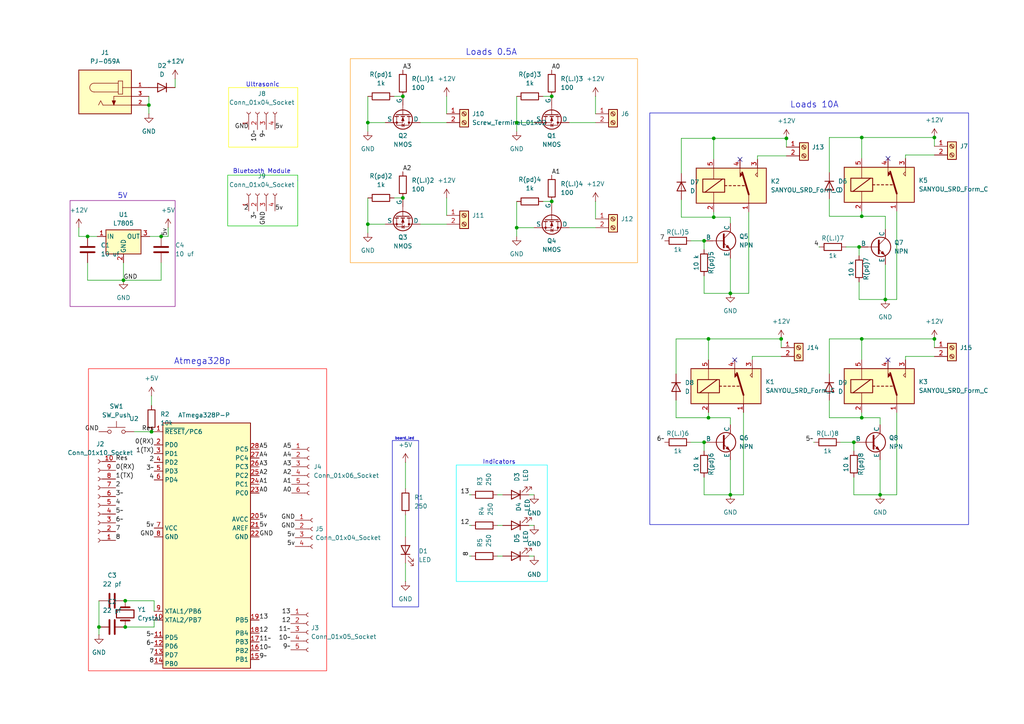
<source format=kicad_sch>
(kicad_sch (version 20231120) (generator "eeschema") (generator_version "8.0")
  (paper "A4")
  (junction (at 116.84 57.404))
  (junction (at 46.736 68.58))
  (junction (at 149.86 66.04))
  (junction (at 25.4 68.58))
  (junction (at 228.092 40.132))
  (junction (at 43.942 125.222))
  (junction (at 247.65 128.27))
  (junction (at 226.568 98.298))
  (junction (at 211.836 85.09))
  (junction (at 160.02 58.42))
  (junction (at 204.216 128.27))
  (junction (at 36.322 174.244))
  (junction (at 271.018 98.298))
  (junction (at 106.68 35.56))
  (junction (at 116.84 27.94))
  (junction (at 204.216 69.85))
  (junction (at 255.27 143.51))
  (junction (at 249.174 71.628))
  (junction (at 207.01 62.992))
  (junction (at 43.18 30.48))
  (junction (at 271.018 39.878))
  (junction (at 207.01 40.132))
  (junction (at 249.936 39.878))
  (junction (at 36.322 181.864))
  (junction (at 205.486 98.298))
  (junction (at 35.814 81.28))
  (junction (at 249.936 98.298))
  (junction (at 249.936 62.738))
  (junction (at 211.836 143.51))
  (junction (at 160.02 27.94))
  (junction (at 28.702 181.864))
  (junction (at 249.936 121.158))
  (junction (at 149.86 35.56))
  (junction (at 256.794 86.868))
  (junction (at 106.68 65.024))
  (junction (at 205.486 121.158))
  (no_connect (at 214.63 46.228))
  (no_connect (at 213.106 104.394))
  (no_connect (at 257.556 45.974))
  (no_connect (at 257.556 104.394))
  (wire (pts (xy 249.936 121.158) (xy 249.936 119.634)))
  (wire (pts (xy 106.68 57.404) (xy 106.68 65.024)))
  (wire (pts (xy 106.68 35.56) (xy 106.68 38.1)))
  (wire (pts (xy 46.736 68.58) (xy 48.768 68.58)))
  (wire (pts (xy 207.01 40.132) (xy 207.01 46.228)))
  (wire (pts (xy 205.486 121.158) (xy 205.486 119.634)))
  (wire (pts (xy 43.18 30.48) (xy 43.18 33.02)))
  (wire (pts (xy 249.936 62.738) (xy 256.794 62.738)))
  (wire (pts (xy 240.538 121.158) (xy 249.936 121.158)))
  (wire (pts (xy 211.836 143.51) (xy 215.646 143.51)))
  (wire (pts (xy 240.538 62.738) (xy 240.538 57.658)))
  (wire (pts (xy 121.92 65.024) (xy 129.54 65.024)))
  (wire (pts (xy 255.27 133.35) (xy 255.27 143.51)))
  (wire (pts (xy 271.018 98.298) (xy 271.018 100.838)))
  (wire (pts (xy 106.68 27.94) (xy 106.68 35.56)))
  (wire (pts (xy 256.794 76.708) (xy 256.794 86.868)))
  (wire (pts (xy 207.01 62.992) (xy 207.01 61.468)))
  (wire (pts (xy 106.68 35.56) (xy 111.76 35.56)))
  (wire (pts (xy 249.174 74.168) (xy 249.174 71.628)))
  (wire (pts (xy 256.794 86.868) (xy 260.096 86.868)))
  (wire (pts (xy 43.18 27.94) (xy 43.18 30.48)))
  (wire (pts (xy 196.088 121.158) (xy 205.486 121.158)))
  (wire (pts (xy 153.416 152.4) (xy 154.94 152.4)))
  (wire (pts (xy 149.86 66.04) (xy 149.86 68.58)))
  (wire (pts (xy 149.86 27.94) (xy 149.86 35.56)))
  (wire (pts (xy 207.01 62.992) (xy 211.836 62.992)))
  (wire (pts (xy 215.646 119.634) (xy 215.646 143.51)))
  (wire (pts (xy 48.768 66.04) (xy 48.768 68.58)))
  (wire (pts (xy 211.836 85.09) (xy 217.17 85.09)))
  (wire (pts (xy 262.636 44.958) (xy 262.636 45.974)))
  (wire (pts (xy 218.186 103.378) (xy 226.568 103.378)))
  (wire (pts (xy 196.088 98.298) (xy 196.088 108.458)))
  (wire (pts (xy 197.612 62.992) (xy 197.612 57.912)))
  (wire (pts (xy 28.702 181.864) (xy 28.702 184.15)))
  (wire (pts (xy 249.936 62.738) (xy 249.936 61.214)))
  (wire (pts (xy 106.68 65.024) (xy 111.76 65.024)))
  (wire (pts (xy 117.602 163.322) (xy 117.602 168.656)))
  (wire (pts (xy 237.49 71.628) (xy 237.744 71.628)))
  (wire (pts (xy 28.702 174.244) (xy 28.702 181.864)))
  (wire (pts (xy 144.272 161.29) (xy 145.796 161.29)))
  (wire (pts (xy 204.216 72.39) (xy 204.216 69.85)))
  (wire (pts (xy 114.3 57.404) (xy 116.84 57.404)))
  (wire (pts (xy 249.936 39.878) (xy 249.936 45.974)))
  (wire (pts (xy 35.814 76.2) (xy 35.814 81.28)))
  (wire (pts (xy 50.8 22.86) (xy 50.8 25.4)))
  (wire (pts (xy 200.406 69.85) (xy 204.216 69.85)))
  (wire (pts (xy 271.018 39.878) (xy 271.018 42.418)))
  (wire (pts (xy 165.1 35.56) (xy 172.72 35.56)))
  (wire (pts (xy 117.602 149.352) (xy 117.602 155.702)))
  (wire (pts (xy 204.216 143.51) (xy 211.836 143.51)))
  (wire (pts (xy 117.602 134.112) (xy 117.602 141.732)))
  (wire (pts (xy 249.936 39.878) (xy 271.018 39.878)))
  (wire (pts (xy 255.27 121.158) (xy 255.27 123.19)))
  (wire (pts (xy 247.65 130.81) (xy 247.65 128.27)))
  (wire (pts (xy 43.434 68.58) (xy 46.736 68.58)))
  (wire (pts (xy 35.814 81.28) (xy 46.736 81.28)))
  (wire (pts (xy 262.636 103.378) (xy 262.636 104.394)))
  (wire (pts (xy 153.416 161.29) (xy 154.94 161.29)))
  (wire (pts (xy 240.538 98.298) (xy 249.936 98.298)))
  (wire (pts (xy 260.096 119.634) (xy 260.096 143.51)))
  (wire (pts (xy 149.86 35.56) (xy 149.86 38.1)))
  (wire (pts (xy 204.216 138.43) (xy 204.216 143.51)))
  (wire (pts (xy 205.486 98.298) (xy 226.568 98.298)))
  (wire (pts (xy 240.538 62.738) (xy 249.936 62.738)))
  (wire (pts (xy 245.364 71.628) (xy 249.174 71.628)))
  (wire (pts (xy 22.86 66.04) (xy 22.86 68.58)))
  (wire (pts (xy 43.942 114.808) (xy 43.942 117.602)))
  (wire (pts (xy 200.406 128.27) (xy 204.216 128.27)))
  (wire (pts (xy 196.088 98.298) (xy 205.486 98.298)))
  (wire (pts (xy 172.72 27.94) (xy 172.72 33.02)))
  (wire (pts (xy 218.186 103.378) (xy 218.186 104.394)))
  (wire (pts (xy 106.68 65.024) (xy 106.68 67.564)))
  (wire (pts (xy 44.704 125.222) (xy 43.942 125.222)))
  (wire (pts (xy 149.86 58.42) (xy 149.86 66.04)))
  (wire (pts (xy 249.936 98.298) (xy 271.018 98.298)))
  (wire (pts (xy 249.936 121.158) (xy 255.27 121.158)))
  (wire (pts (xy 136.144 143.51) (xy 136.652 143.51)))
  (wire (pts (xy 207.01 40.132) (xy 228.092 40.132)))
  (wire (pts (xy 256.794 62.738) (xy 256.794 66.548)))
  (wire (pts (xy 228.092 40.132) (xy 228.092 42.672)))
  (wire (pts (xy 247.65 138.43) (xy 247.65 143.51)))
  (wire (pts (xy 165.1 66.04) (xy 172.72 66.04)))
  (wire (pts (xy 249.174 86.868) (xy 256.794 86.868)))
  (wire (pts (xy 129.54 57.404) (xy 129.54 62.484)))
  (wire (pts (xy 204.216 85.09) (xy 211.836 85.09)))
  (wire (pts (xy 262.636 103.378) (xy 271.018 103.378)))
  (wire (pts (xy 249.174 81.788) (xy 249.174 86.868)))
  (wire (pts (xy 240.538 98.298) (xy 240.538 108.458)))
  (wire (pts (xy 121.92 35.56) (xy 129.54 35.56)))
  (wire (pts (xy 204.216 80.01) (xy 204.216 85.09)))
  (wire (pts (xy 25.4 81.28) (xy 35.814 81.28)))
  (wire (pts (xy 219.71 45.212) (xy 219.71 46.228)))
  (wire (pts (xy 44.704 174.244) (xy 44.704 177.292)))
  (wire (pts (xy 217.17 61.468) (xy 217.17 85.09)))
  (wire (pts (xy 226.568 98.298) (xy 226.568 100.838)))
  (wire (pts (xy 144.272 152.4) (xy 145.796 152.4)))
  (wire (pts (xy 36.322 174.244) (xy 44.704 174.244)))
  (wire (pts (xy 196.088 121.158) (xy 196.088 116.078)))
  (wire (pts (xy 255.27 143.51) (xy 260.096 143.51)))
  (wire (pts (xy 260.096 61.214) (xy 260.096 86.868)))
  (wire (pts (xy 149.86 35.56) (xy 154.94 35.56)))
  (wire (pts (xy 172.72 58.42) (xy 172.72 63.5)))
  (wire (pts (xy 44.704 179.832) (xy 44.704 181.864)))
  (wire (pts (xy 240.538 39.878) (xy 240.538 50.038)))
  (wire (pts (xy 197.612 40.132) (xy 197.612 50.292)))
  (wire (pts (xy 219.71 45.212) (xy 228.092 45.212)))
  (wire (pts (xy 235.966 128.27) (xy 236.22 128.27)))
  (wire (pts (xy 157.48 58.42) (xy 160.02 58.42)))
  (wire (pts (xy 197.612 40.132) (xy 207.01 40.132)))
  (wire (pts (xy 205.486 121.158) (xy 211.836 121.158)))
  (wire (pts (xy 22.86 68.58) (xy 25.4 68.58)))
  (wire (pts (xy 211.836 121.158) (xy 211.836 123.19)))
  (wire (pts (xy 211.836 133.35) (xy 211.836 143.51)))
  (wire (pts (xy 46.736 76.2) (xy 46.736 81.28)))
  (wire (pts (xy 197.612 62.992) (xy 207.01 62.992)))
  (wire (pts (xy 136.144 161.29) (xy 136.652 161.29)))
  (wire (pts (xy 25.4 68.58) (xy 28.194 68.58)))
  (wire (pts (xy 211.836 62.992) (xy 211.836 64.77)))
  (wire (pts (xy 240.538 121.158) (xy 240.538 116.078)))
  (wire (pts (xy 149.86 66.04) (xy 154.94 66.04)))
  (wire (pts (xy 153.416 143.51) (xy 154.94 143.51)))
  (wire (pts (xy 247.65 143.51) (xy 255.27 143.51)))
  (wire (pts (xy 240.538 39.878) (xy 249.936 39.878)))
  (wire (pts (xy 38.862 125.222) (xy 43.942 125.222)))
  (wire (pts (xy 136.144 152.4) (xy 136.652 152.4)))
  (wire (pts (xy 36.322 181.864) (xy 44.704 181.864)))
  (wire (pts (xy 114.3 27.94) (xy 116.84 27.94)))
  (wire (pts (xy 249.936 98.298) (xy 249.936 104.394)))
  (wire (pts (xy 157.48 27.94) (xy 160.02 27.94)))
  (wire (pts (xy 205.486 98.298) (xy 205.486 104.394)))
  (wire (pts (xy 262.636 44.958) (xy 271.018 44.958)))
  (wire (pts (xy 243.84 128.27) (xy 247.65 128.27)))
  (wire (pts (xy 204.216 130.81) (xy 204.216 128.27)))
  (wire (pts (xy 25.4 76.2) (xy 25.4 81.28)))
  (wire (pts (xy 211.836 74.93) (xy 211.836 85.09)))
  (wire (pts (xy 129.54 27.94) (xy 129.54 33.02)))
  (wire (pts (xy 144.272 143.51) (xy 145.796 143.51)))
  (rectangle (start 20.32 58.166) (end 50.8 88.9) (stroke (width 0) (color 132 0 132 1)))
  (rectangle (start 132.334 134.874) (end 158.75 168.656) (stroke (width 0) (color 0 255 255 1)))
  (rectangle (start 66.294 25.4) (end 86.36 42.672) (stroke (width 0) (color 255 255 0 1)))
  (rectangle (start 101.6 17.018) (end 184.912 76.2) (stroke (width 0) (color 255 162 35 1)))
  (rectangle (start 25.654 106.934) (end 94.742 194.564) (stroke (width 0) (color 255 0 0 1)))
  (rectangle (start 66.04 50.8) (end 86.36 65.532) (stroke (width 0) (color 0 194 0 1)))
  (rectangle (start 86.36 52.324) (end 86.36 52.324))
  (rectangle (start 188.468 32.766) (end 280.924 152.146))
  (rectangle (start 113.792 127.762) (end 121.412 176.022))
  (text "Atmega328p" (at 58.674 104.902 0) (effects (font (size 1.778 1.778))))
  (text "Bluetooth Module\n" (at 75.946 49.784 0) (effects (font (size 1.27 1.27))))
  (text "Indicators" (at 144.78 134.112 0) (effects (font (size 1.27 1.27))))
  (text "Loads 0.5A" (at 142.494 15.24 0) (effects (font (size 1.778 1.778))))
  (text "Ultrasonic" (at 76.2 24.638 0) (effects (font (size 1.27 1.27))))
  (text "board_led" (at 117.348 127.254 0) (effects (font (size 0.762 0.762))))
  (text "5V" (at 35.56 56.896 0) (effects (font (size 1.524 1.524))))
  (text "Loads 10A" (at 236.22 30.48 0) (effects (font (size 1.778 1.778))))
  (label "13" (at 84.328 178.308 180))
  (label "11~" (at 84.328 183.388 180))
  (label "1(TX)" (at 33.528 138.938 0))
  (label "12" (at 136.144 152.4 180))
  (label "A3" (at 84.582 135.382 180))
  (label "12" (at 75.184 183.642 0))
  (label "2" (at 72.136 61.214 180))
  (label "5~" (at 44.704 184.912 180))
  (label "3~" (at 44.704 136.652 180))
  (label "0(RX)" (at 33.528 136.398 0))
  (label "A3" (at 75.184 135.382 0))
  (label "Res" (at 44.704 125.222 180))
  (label "GND" (at 44.704 155.702 180))
  (label "9~" (at 77.216 37.592 270))
  (label "7" (at 44.704 189.992 180))
  (label "8" (at 136.144 161.29 90))
  (label "7" (at 33.528 154.178 0))
  (label "4" (at 33.528 146.558 0))
  (label "A1" (at 75.184 140.462 0))
  (label "5v" (at 75.184 150.622 0))
  (label "GND" (at 28.702 125.222 180))
  (label "GND" (at 35.814 81.28 0))
  (label "GND" (at 85.598 153.416 180))
  (label "5v" (at 85.598 158.496 180))
  (label "0(RX)" (at 44.704 129.032 180))
  (label "7" (at 192.786 69.85 180))
  (label "5v" (at 79.756 37.592 0))
  (label "4" (at 237.49 71.628 180))
  (label "10~" (at 74.676 37.592 270))
  (label "13" (at 75.184 179.832 0))
  (label "A0" (at 84.582 143.002 180))
  (label "A0" (at 75.184 143.002 0))
  (label "6~" (at 192.786 128.27 180))
  (label "11~" (at 75.184 186.182 0))
  (label "6~" (at 44.704 187.452 180))
  (label "2" (at 44.704 134.112 180))
  (label "A5" (at 84.582 130.302 180))
  (label "10~" (at 84.328 185.928 180))
  (label "3~" (at 33.528 144.018 0))
  (label "GND" (at 77.216 61.214 270))
  (label "1(TX)" (at 44.704 131.572 180))
  (label "A2" (at 116.84 49.784 0))
  (label "5v" (at 79.756 61.214 0))
  (label "5~" (at 33.528 149.098 0))
  (label "5~" (at 235.966 128.27 180))
  (label "5v" (at 85.598 155.956 180))
  (label "A0" (at 160.02 20.32 0))
  (label "5v" (at 48.768 66.04 270))
  (label "Res" (at 33.528 133.858 0))
  (label "2" (at 33.528 141.478 0))
  (label "A1" (at 84.582 140.462 180))
  (label "A2" (at 84.582 137.922 180))
  (label "10~" (at 75.184 188.722 0))
  (label "A4" (at 84.582 132.842 180))
  (label "5v" (at 75.184 153.162 0))
  (label "12" (at 84.328 180.848 180))
  (label "8" (at 33.528 156.718 0))
  (label "8" (at 44.704 192.532 180))
  (label "A1" (at 160.02 50.8 0))
  (label "A2" (at 75.184 137.922 0))
  (label "9~" (at 75.184 191.262 0))
  (label "3~" (at 74.676 61.214 270))
  (label "GND" (at 75.184 155.702 0))
  (label "6~" (at 33.528 151.638 0))
  (label "A5" (at 75.184 130.302 0))
  (label "4" (at 44.704 139.192 180))
  (label "GND" (at 85.598 150.876 180))
  (label "9~" (at 84.328 188.468 180))
  (label "13" (at 136.144 143.51 180))
  (label "A3" (at 116.84 20.32 0))
  (label "GND" (at 72.136 37.592 180))
  (label "A4" (at 75.184 132.842 0))
  (label "5v" (at 44.704 153.162 180))
  (symbol (lib_id "power:GND") (at 43.18 33.02 0) (unit 1)
    (property "Reference" "#PWR03" (effects (hide yes)))
    (property "Value" "GND" (at 43.18 38.1 0))
    (property "Description" "Power symbol creates a global label with name \"GND\" , ground" (effects (hide yes)))
  )
  (symbol (lib_id "Connector:Conn_01x10_Socket") (at 28.448 146.558 180) (unit 1)
    (property "Reference" "J2" (at 29.083 128.778 0))
    (property "Value" "Conn_01x10_Socket" (at 29.083 131.318 0))
    (property "Footprint" "Connector_PinSocket_2.54mm:PinSocket_1x10_P2.54mm_Vertical" (effects (hide yes)))
    (property "Description" "Generic connector, single row, 01x10, script generated" (effects (hide yes)))
  )
  (symbol (lib_id "Device:R") (at 117.602 145.542 0) (unit 1)
    (property "Reference" "R1" (at 120.142 144.2719 0) (effects (justify left)))
    (property "Value" "250" (at 120.142 146.8119 0) (effects (justify left)))
    (property "Footprint" "Resistor_THT:R_Axial_DIN0204_L3.6mm_D1.6mm_P5.08mm_Horizontal" (effects (hide yes)))
    (property "Description" "Resistor" (effects (hide yes)))
  )
  (symbol (lib_id "Connector:Screw_Terminal_01x02") (at 134.62 33.02 0) (unit 1)
    (property "Reference" "J10" (at 136.906 33.0199 0) (effects (justify left)))
    (property "Value" "Screw_Terminal_01x02" (at 136.906 35.5599 0) (effects (justify left)))
    (property "Footprint" "TerminalBlock_Phoenix:TerminalBlock_Phoenix_MKDS-1,5-2_1x02_P5.00mm_Horizontal" (effects (hide yes)))
    (property "Description" "Generic screw terminal, single row, 01x02, script generated (kicad-library-utils/schlib/autogen/connector/)" (effects (hide yes)))
  )
  (symbol (lib_id "Simulation_SPICE:NPN") (at 209.296 69.85 0) (unit 1)
    (property "Reference" "Q5" (at 214.376 68.5799 0) (effects (justify left)))
    (property "Value" "NPN" (at 214.376 71.1199 0) (effects (justify left)))
    (property "Footprint" "B3B-XH-A_LF__SN_:JST_B3B-XH-A_LF__SN_" (effects (hide yes)))
    (property "Datasheet" "https://ngspice.sourceforge.io/docs/ngspice-html-manual/manual.xhtml#cha_BJTs" (effects (hide yes)))
    (property "Description" "Bipolar transistor symbol for simulation only, substrate tied to the emitter" (effects (hide yes)))
    (property "Sim.Device" "NPN" (effects (hide yes)))
    (property "Sim.Type" "GUMMELPOON" (effects (hide yes)))
    (property "Sim.Pins" "1=C 2=B 3=E" (effects (hide yes)))
  )
  (symbol (lib_id "power:GND") (at 211.836 85.09 0) (unit 1)
    (property "Reference" "#PWR020" (effects (hide yes)))
    (property "Value" "GND" (at 211.836 90.17 0))
    (property "Description" "Power symbol creates a global label with name \"GND\" , ground" (effects (hide yes)))
  )
  (symbol (lib_id "Relay:SANYOU_SRD_Form_C") (at 210.566 112.014 0) (unit 1)
    (property "Reference" "K1" (at 221.996 110.7439 0) (effects (justify left)))
    (property "Value" "SANYOU_SRD_Form_C" (at 221.996 113.2839 0) (effects (justify left)))
    (property "Footprint" "Relay_THT:Relay_SPDT_SANYOU_SRD_Series_Form_C" (effects (hide yes)))
    (property "Datasheet" "http://www.sanyourelay.ca/public/products/pdf/SRD.pdf" (effects (hide yes)))
    (property "Description" "Sanyo SRD relay, Single Pole Miniature Power Relay," (effects (hide yes)))
  )
  (symbol (lib_id "power:+12V") (at 129.54 27.94 0) (unit 1)
    (property "Reference" "#PWR027" (effects (hide yes)))
    (property "Value" "+12V" (at 129.54 22.86 0))
    (property "Description" "Power symbol creates a global label with name \"+12V\"" (effects (hide yes)))
  )
  (symbol (lib_id "Device:R") (at 153.67 27.94 90) (unit 1)
    (property "Reference" "R(pd)3" (at 153.67 21.59 90))
    (property "Value" "1k" (at 153.67 24.13 90))
    (property "Footprint" "Resistor_THT:R_Axial_DIN0204_L3.6mm_D1.6mm_P5.08mm_Horizontal" (effects (hide yes)))
    (property "Description" "Resistor" (effects (hide yes)))
  )
  (symbol (lib_id "Device:R") (at 43.942 121.412 0) (unit 1)
    (property "Reference" "R2" (at 46.482 120.1419 0) (effects (justify left)))
    (property "Value" "10k" (at 46.482 122.6819 0) (effects (justify left)))
    (property "Footprint" "Resistor_THT:R_Axial_DIN0204_L3.6mm_D1.6mm_P7.62mm_Horizontal" (effects (hide yes)))
    (property "Description" "Resistor" (effects (hide yes)))
  )
  (symbol (lib_id "Device:R") (at 241.554 71.628 90) (unit 1)
    (property "Reference" "R(L.I)7" (at 241.554 69.088 90))
    (property "Value" "1k" (at 241.554 74.168 90))
    (property "Footprint" "Resistor_THT:R_Axial_DIN0204_L3.6mm_D1.6mm_P5.08mm_Horizontal" (effects (hide yes)))
    (property "Description" "Resistor" (effects (hide yes)))
  )
  (symbol (lib_id "Device:LED") (at 149.606 143.51 180) (unit 1)
    (property "Reference" "D3" (at 149.9234 139.7 90) (effects (justify right)))
    (property "Value" "LED" (at 152.4634 139.7 90) (effects (justify right)))
    (property "Footprint" "LED_THT:LED_D3.0mm" (effects (hide yes)))
    (property "Description" "Light emitting diode" (effects (hide yes)))
  )
  (symbol (lib_id "power:+12V") (at 129.54 57.404 0) (unit 1)
    (property "Reference" "#PWR025" (effects (hide yes)))
    (property "Value" "+12V" (at 129.54 52.324 0))
    (property "Description" "Power symbol creates a global label with name \"+12V\"" (effects (hide yes)))
  )
  (symbol (lib_id "Device:C") (at 32.512 174.244 90) (unit 1)
    (property "Reference" "C3" (at 32.512 166.878 90))
    (property "Value" "22 pf" (at 32.512 169.418 90))
    (property "Footprint" "Capacitor_THT:C_Disc_D3.0mm_W1.6mm_P2.50mm" (effects (hide yes)))
    (property "Description" "Unpolarized capacitor" (effects (hide yes)))
  )
  (symbol (lib_id "MCU_Microchip_ATmega:ATmega328P-P") (at 59.944 158.242 0) (unit 1)
    (property "Reference" "U2" (at 38.862 121.4434 0))
    (property "Value" "ATmega328P-P" (at 59.182 120.396 0))
    (property "Footprint" "Package_DIP:DIP-28_W7.62mm" (effects (hide yes)))
    (property "Datasheet" "http://ww1.microchip.com/downloads/en/DeviceDoc/ATmega328_P%20AVR%20MCU%20with%20picoPower%20Technology%20Data%20Sheet%2040001984A.pdf" (effects (hide yes)))
    (property "Description" "20MHz, 32kB Flash, 2kB SRAM, 1kB EEPROM, DIP-28" (effects (hide yes)))
  )
  (symbol (lib_id "Device:R") (at 196.596 69.85 90) (unit 1)
    (property "Reference" "R(L.I)5" (at 196.596 67.31 90))
    (property "Value" "1k" (at 196.596 72.39 90))
    (property "Footprint" "Resistor_THT:R_Axial_DIN0204_L3.6mm_D1.6mm_P5.08mm_Horizontal" (effects (hide yes)))
    (property "Description" "Resistor" (effects (hide yes)))
  )
  (symbol (lib_id "Device:D") (at 240.538 112.268 270) (unit 1)
    (property "Reference" "D9" (at 243.078 110.9979 90) (effects (justify left)))
    (property "Value" "D" (at 243.078 113.5379 90) (effects (justify left)))
    (property "Footprint" "Diode_THT:D_DO-34_SOD68_P7.62mm_Horizontal" (effects (hide yes)))
    (property "Description" "Diode" (effects (hide yes)))
    (property "Sim.Device" "D" (effects (hide yes)))
    (property "Sim.Pins" "1=K 2=A" (effects (hide yes)))
  )
  (symbol (lib_id "Device:Crystal") (at 36.322 178.054 90) (unit 1)
    (property "Reference" "Y1" (at 39.878 176.7839 90) (effects (justify right)))
    (property "Value" "Crystal" (at 39.878 179.3239 90) (effects (justify right)))
    (property "Footprint" "Crystal:Crystal_HC52-6mm_Vertical" (effects (hide yes)))
    (property "Description" "Two pin crystal" (effects (hide yes)))
  )
  (symbol (lib_id "Connector:Screw_Terminal_01x02") (at 276.098 100.838 0) (unit 1)
    (property "Reference" "J15" (at 278.384 100.8379 0) (effects (justify left)))
    (property "Value" "Screw_Terminal_01x02" (effects (hide yes)))
    (property "Footprint" "TerminalBlock_Phoenix:TerminalBlock_Phoenix_MKDS-1,5-2_1x02_P5.00mm_Horizontal" (effects (hide yes)))
    (property "Description" "Generic screw terminal, single row, 01x02, script generated (kicad-library-utils/schlib/autogen/connector/)" (effects (hide yes)))
  )
  (symbol (lib_id "Relay:SANYOU_SRD_Form_C") (at 212.09 53.848 0) (unit 1)
    (property "Reference" "K2" (at 223.52 52.5779 0) (effects (justify left)))
    (property "Value" "SANYOU_SRD_Form_C" (at 223.52 55.1179 0) (effects (justify left)))
    (property "Footprint" "Relay_THT:Relay_SPDT_SANYOU_SRD_Series_Form_C" (effects (hide yes)))
    (property "Datasheet" "http://www.sanyourelay.ca/public/products/pdf/SRD.pdf" (effects (hide yes)))
    (property "Description" "Sanyo SRD relay, Single Pole Miniature Power Relay," (effects (hide yes)))
  )
  (symbol (lib_id "Device:R") (at 153.67 58.42 90) (unit 1)
    (property "Reference" "R(pd)4" (at 153.67 52.07 90))
    (property "Value" "1k" (at 153.67 54.61 90))
    (property "Footprint" "Resistor_THT:R_Axial_DIN0204_L3.6mm_D1.6mm_P5.08mm_Horizontal" (effects (hide yes)))
    (property "Description" "Resistor" (effects (hide yes)))
  )
  (symbol (lib_id "Device:C") (at 32.512 181.864 90) (unit 1)
    (property "Reference" "C2" (at 32.512 174.498 90))
    (property "Value" "22 pf" (at 32.512 177.038 90))
    (property "Footprint" "Capacitor_THT:C_Disc_D3.0mm_W1.6mm_P2.50mm" (effects (hide yes)))
    (property "Description" "Unpolarized capacitor" (effects (hide yes)))
  )
  (symbol (lib_id "power:GND") (at 255.27 143.51 0) (unit 1)
    (property "Reference" "#PWR016" (effects (hide yes)))
    (property "Value" "GND" (at 255.27 148.59 0))
    (property "Description" "Power symbol creates a global label with name \"GND\" , ground" (effects (hide yes)))
  )
  (symbol (lib_id "PJ-059A:PJ-059A") (at 30.48 25.4 0) (unit 1)
    (property "Reference" "J1" (at 30.48 15.24 0))
    (property "Value" "PJ-059A" (at 30.48 17.78 0))
    (property "Footprint" "PJ-059A:CUI_PJ-059A" (effects (hide yes)))
    (property "DigiKey_Part_Number" "CP-059A-ND" (effects (hide yes)))
    (property "SnapEDA_Link" "https://www.snapeda.com/parts/PJ-059A/Same+Sky/view-part/?ref=snap" (effects (hide yes)))
    (property "MAXIMUM_PACKAGE_HEIGHT" "11.5mm" (effects (hide yes)))
    (property "Package" "None" (effects (hide yes)))
    (property "Check_prices" "https://www.snapeda.com/parts/PJ-059A/Same+Sky/view-part/?ref=eda" (effects (hide yes)))
    (property "STANDARD" "Manufacturer Recommendations" (effects (hide yes)))
    (property "PARTREV" "1.04" (effects (hide yes)))
    (property "MF" "Same Sky" (effects (hide yes)))
    (property "MP" "PJ-059A" (effects (hide yes)))
    (property "Description_1" "\n                        \n                            2.0 x 5.7 mm, 2.5 A, Horizontal, Through Hole, Tapered Pins, Locking Type, Dc Power Jack Connector\n                        \n" (effects (hide yes)))
    (property "MANUFACTURER" "CUI Devices" (effects (hide yes)))
  )
  (symbol (lib_id "Device:D") (at 197.612 54.102 270) (unit 1)
    (property "Reference" "D7" (at 200.152 52.8319 90) (effects (justify left)))
    (property "Value" "D" (at 200.152 55.3719 90) (effects (justify left)))
    (property "Footprint" "Diode_THT:D_DO-34_SOD68_P7.62mm_Horizontal" (effects (hide yes)))
    (property "Description" "Diode" (effects (hide yes)))
    (property "Sim.Device" "D" (effects (hide yes)))
    (property "Sim.Pins" "1=K 2=A" (effects (hide yes)))
  )
  (symbol (lib_id "Device:R") (at 116.84 24.13 180) (unit 1)
    (property "Reference" "R(L.I)1" (at 119.38 22.8599 0) (effects (justify right)))
    (property "Value" "100" (at 119.38 25.3999 0) (effects (justify right)))
    (property "Footprint" "Resistor_THT:R_Axial_DIN0204_L3.6mm_D1.6mm_P5.08mm_Horizontal" (effects (hide yes)))
    (property "Description" "Resistor" (effects (hide yes)))
  )
  (symbol (lib_id "Connector:Screw_Terminal_01x02") (at 177.8 63.5 0) (unit 1)
    (property "Reference" "J12" (at 180.086 63.4999 0) (effects (justify left)))
    (property "Value" "Screw_Terminal_01x02" (effects (hide yes)))
    (property "Footprint" "TerminalBlock_Phoenix:TerminalBlock_Phoenix_MKDS-1,5-2_1x02_P5.00mm_Horizontal" (effects (hide yes)))
    (property "Description" "Generic screw terminal, single row, 01x02, script generated (kicad-library-utils/schlib/autogen/connector/)" (effects (hide yes)))
  )
  (symbol (lib_id "Device:R") (at 249.174 77.978 180) (unit 1)
    (property "Reference" "R(pd)7" (at 251.206 77.978 90))
    (property "Value" "10 k" (at 246.888 77.978 90))
    (property "Footprint" "Resistor_THT:R_Axial_DIN0204_L3.6mm_D1.6mm_P5.08mm_Horizontal" (effects (hide yes)))
    (property "Description" "Resistor" (effects (hide yes)))
  )
  (symbol (lib_id "Connector:Conn_01x05_Socket") (at 89.408 183.388 0) (unit 1)
    (property "Reference" "J3" (at 90.17 182.1179 0) (effects (justify left)))
    (property "Value" "Conn_01x05_Socket" (at 90.17 184.6579 0) (effects (justify left)))
    (property "Footprint" "Connector_PinSocket_2.54mm:PinSocket_1x05_P2.54mm_Vertical" (effects (hide yes)))
    (property "Description" "Generic connector, single row, 01x05, script generated" (effects (hide yes)))
  )
  (symbol (lib_id "Device:R") (at 140.462 143.51 90) (unit 1)
    (property "Reference" "R3" (at 139.1919 140.97 0) (effects (justify left)))
    (property "Value" "250" (at 141.7319 140.97 0) (effects (justify left)))
    (property "Footprint" "Resistor_THT:R_Axial_DIN0204_L3.6mm_D1.6mm_P5.08mm_Horizontal" (effects (hide yes)))
    (property "Description" "Resistor" (effects (hide yes)))
  )
  (symbol (lib_id "power:GND") (at 106.68 38.1 0) (unit 1)
    (property "Reference" "#PWR026" (effects (hide yes)))
    (property "Value" "GND" (at 106.68 43.18 0))
    (property "Description" "Power symbol creates a global label with name \"GND\" , ground" (effects (hide yes)))
  )
  (symbol (lib_id "Device:R") (at 204.216 134.62 180) (unit 1)
    (property "Reference" "R(pd)6" (at 206.248 134.62 90))
    (property "Value" "10 k" (at 201.93 134.62 90))
    (property "Footprint" "Resistor_THT:R_Axial_DIN0204_L3.6mm_D1.6mm_P5.08mm_Horizontal" (effects (hide yes)))
    (property "Description" "Resistor" (effects (hide yes)))
  )
  (symbol (lib_id "Simulation_SPICE:NMOS") (at 116.84 62.484 270) (unit 1)
    (property "Reference" "Q3" (at 116.84 68.834 90))
    (property "Value" "NMOS" (at 116.84 71.374 90))
    (property "Footprint" "B3B-XH-A_LF__SN_:JST_B3B-XH-A_LF__SN_" (effects (hide yes)))
    (property "Datasheet" "https://ngspice.sourceforge.io/docs/ngspice-html-manual/manual.xhtml#cha_MOSFETs" (effects (hide yes)))
    (property "Description" "N-MOSFET transistor, drain/source/gate" (effects (hide yes)))
    (property "Sim.Device" "NMOS" (effects (hide yes)))
    (property "Sim.Type" "VDMOS" (effects (hide yes)))
    (property "Sim.Pins" "1=D 2=G 3=S" (effects (hide yes)))
  )
  (symbol (lib_id "Relay:SANYOU_SRD_Form_C") (at 255.016 112.014 0) (unit 1)
    (property "Reference" "K3" (at 266.446 110.7439 0) (effects (justify left)))
    (property "Value" "SANYOU_SRD_Form_C" (at 266.446 113.2839 0) (effects (justify left)))
    (property "Footprint" "Relay_THT:Relay_SPDT_SANYOU_SRD_Series_Form_C" (effects (hide yes)))
    (property "Datasheet" "http://www.sanyourelay.ca/public/products/pdf/SRD.pdf" (effects (hide yes)))
    (property "Description" "Sanyo SRD relay, Single Pole Miniature Power Relay," (effects (hide yes)))
  )
  (symbol (lib_id "power:+5V") (at 117.602 134.112 0) (unit 1)
    (property "Reference" "#PWR01" (effects (hide yes)))
    (property "Value" "+5V" (at 117.602 129.032 0))
    (property "Description" "Power symbol creates a global label with name \"+5V\"" (effects (hide yes)))
  )
  (symbol (lib_id "Connector:Screw_Terminal_01x02") (at 134.62 62.484 0) (unit 1)
    (property "Reference" "J11" (at 136.906 62.4839 0) (effects (justify left)))
    (property "Value" "Screw_Terminal_01x02" (effects (hide yes)))
    (property "Footprint" "TerminalBlock_Phoenix:TerminalBlock_Phoenix_MKDS-1,5-2_1x02_P5.00mm_Horizontal" (effects (hide yes)))
    (property "Description" "Generic screw terminal, single row, 01x02, script generated (kicad-library-utils/schlib/autogen/connector/)" (effects (hide yes)))
  )
  (symbol (lib_id "power:+5V") (at 43.942 114.808 0) (unit 1)
    (property "Reference" "#PWR07" (effects (hide yes)))
    (property "Value" "+5V" (at 43.942 109.728 0))
    (property "Description" "Power symbol creates a global label with name \"+5V\"" (effects (hide yes)))
  )
  (symbol (lib_id "Device:D") (at 196.088 112.268 270) (unit 1)
    (property "Reference" "D8" (at 198.628 110.9979 90) (effects (justify left)))
    (property "Value" "D" (at 198.628 113.5379 90) (effects (justify left)))
    (property "Footprint" "Diode_THT:D_DO-34_SOD68_P7.62mm_Horizontal" (effects (hide yes)))
    (property "Description" "Diode" (effects (hide yes)))
    (property "Sim.Device" "D" (effects (hide yes)))
    (property "Sim.Pins" "1=K 2=A" (effects (hide yes)))
  )
  (symbol (lib_id "power:+12V") (at 22.86 66.04 0) (unit 1)
    (property "Reference" "#PWR08" (effects (hide yes)))
    (property "Value" "+12V" (at 22.86 60.96 0))
    (property "Description" "Power symbol creates a global label with name \"+12V\"" (effects (hide yes)))
  )
  (symbol (lib_id "power:GND") (at 117.602 168.656 0) (unit 1)
    (property "Reference" "#PWR02" (effects (hide yes)))
    (property "Value" "GND" (at 117.602 173.736 0))
    (property "Description" "Power symbol creates a global label with name \"GND\" , ground" (effects (hide yes)))
  )
  (symbol (lib_id "power:+12V") (at 228.092 40.132 0) (unit 1)
    (property "Reference" "#PWR021" (effects (hide yes)))
    (property "Value" "+12V" (at 228.092 35.052 0))
    (property "Description" "Power symbol creates a global label with name \"+12V\"" (effects (hide yes)))
  )
  (symbol (lib_id "power:GND") (at 149.86 38.1 0) (unit 1)
    (property "Reference" "#PWR06" (effects (hide yes)))
    (property "Value" "GND" (at 149.86 43.18 0))
    (property "Description" "Power symbol creates a global label with name \"GND\" , ground" (effects (hide yes)))
  )
  (symbol (lib_id "Connector:Conn_01x04_Socket") (at 74.676 56.134 90) (unit 1)
    (property "Reference" "J9" (at 75.946 51.054 90))
    (property "Value" "Conn_01x04_Socket" (at 75.946 53.594 90))
    (property "Footprint" "Connector_PinSocket_2.54mm:PinSocket_1x04_P2.54mm_Vertical" (effects (hide yes)))
    (property "Description" "Generic connector, single row, 01x04, script generated" (effects (hide yes)))
  )
  (symbol (lib_id "Relay:SANYOU_SRD_Form_C") (at 255.016 53.594 0) (unit 1)
    (property "Reference" "K5" (at 266.446 52.3239 0) (effects (justify left)))
    (property "Value" "SANYOU_SRD_Form_C" (at 266.446 54.8639 0) (effects (justify left)))
    (property "Footprint" "Relay_THT:Relay_SPDT_SANYOU_SRD_Series_Form_C" (effects (hide yes)))
    (property "Datasheet" "http://www.sanyourelay.ca/public/products/pdf/SRD.pdf" (effects (hide yes)))
    (property "Description" "Sanyo SRD relay, Single Pole Miniature Power Relay," (effects (hide yes)))
  )
  (symbol (lib_id "Device:R") (at 160.02 24.13 180) (unit 1)
    (property "Reference" "R(L.I)3" (at 162.56 22.8599 0) (effects (justify right)))
    (property "Value" "100" (at 162.56 25.3999 0) (effects (justify right)))
    (property "Footprint" "Resistor_THT:R_Axial_DIN0204_L3.6mm_D1.6mm_P5.08mm_Horizontal" (effects (hide yes)))
    (property "Description" "Resistor" (effects (hide yes)))
  )
  (symbol (lib_id "Simulation_SPICE:NPN") (at 254.254 71.628 0) (unit 1)
    (property "Reference" "Q7" (at 259.334 70.3579 0) (effects (justify left)))
    (property "Value" "NPN" (at 259.334 72.8979 0) (effects (justify left)))
    (property "Footprint" "B3B-XH-A_LF__SN_:JST_B3B-XH-A_LF__SN_" (effects (hide yes)))
    (property "Datasheet" "https://ngspice.sourceforge.io/docs/ngspice-html-manual/manual.xhtml#cha_BJTs" (effects (hide yes)))
    (property "Description" "Bipolar transistor symbol for simulation only, substrate tied to the emitter" (effects (hide yes)))
    (property "Sim.Device" "NPN" (effects (hide yes)))
    (property "Sim.Type" "GUMMELPOON" (effects (hide yes)))
    (property "Sim.Pins" "1=C 2=B 3=E" (effects (hide yes)))
  )
  (symbol (lib_id "Simulation_SPICE:NMOS") (at 160.02 63.5 270) (unit 1)
    (property "Reference" "Q4" (at 160.02 69.85 90))
    (property "Value" "NMOS" (at 160.02 72.39 90))
    (property "Footprint" "B3B-XH-A_LF__SN_:JST_B3B-XH-A_LF__SN_" (effects (hide yes)))
    (property "Datasheet" "https://ngspice.sourceforge.io/docs/ngspice-html-manual/manual.xhtml#cha_MOSFETs" (effects (hide yes)))
    (property "Description" "N-MOSFET transistor, drain/source/gate" (effects (hide yes)))
    (property "Sim.Device" "NMOS" (effects (hide yes)))
    (property "Sim.Type" "VDMOS" (effects (hide yes)))
    (property "Sim.Pins" "1=D 2=G 3=S" (effects (hide yes)))
  )
  (symbol (lib_id "Device:R") (at 110.49 57.404 90) (unit 1)
    (property "Reference" "R(pd)2" (at 110.49 51.054 90))
    (property "Value" "1k" (at 110.49 53.594 90))
    (property "Footprint" "Resistor_THT:R_Axial_DIN0204_L3.6mm_D1.6mm_P5.08mm_Horizontal" (effects (hide yes)))
    (property "Description" "Resistor" (effects (hide yes)))
  )
  (symbol (lib_id "Connector:Screw_Terminal_01x02") (at 231.648 100.838 0) (unit 1)
    (property "Reference" "J14" (at 233.934 100.8379 0) (effects (justify left)))
    (property "Value" "Screw_Terminal_01x02" (effects (hide yes)))
    (property "Footprint" "TerminalBlock_Phoenix:TerminalBlock_Phoenix_MKDS-1,5-2_1x02_P5.00mm_Horizontal" (effects (hide yes)))
    (property "Description" "Generic screw terminal, single row, 01x02, script generated (kicad-library-utils/schlib/autogen/connector/)" (effects (hide yes)))
  )
  (symbol (lib_id "power:GND") (at 149.86 68.58 0) (unit 1)
    (property "Reference" "#PWR022" (effects (hide yes)))
    (property "Value" "GND" (at 149.86 73.66 0))
    (property "Description" "Power symbol creates a global label with name \"GND\" , ground" (effects (hide yes)))
  )
  (symbol (lib_id "power:+5V") (at 48.768 66.04 0) (unit 1)
    (property "Reference" "#PWR09" (effects (hide yes)))
    (property "Value" "+5V" (at 48.768 60.96 0))
    (property "Description" "Power symbol creates a global label with name \"+5V\"" (effects (hide yes)))
  )
  (symbol (lib_id "power:GND") (at 106.68 67.564 0) (unit 1)
    (property "Reference" "#PWR024" (effects (hide yes)))
    (property "Value" "GND" (at 106.68 72.644 0))
    (property "Description" "Power symbol creates a global label with name \"GND\" , ground" (effects (hide yes)))
  )
  (symbol (lib_id "Device:C") (at 25.4 72.39 0) (unit 1)
    (property "Reference" "C1" (at 29.21 71.1199 0) (effects (justify left)))
    (property "Value" "10 uf" (at 29.21 73.6599 0) (effects (justify left)))
    (property "Footprint" "Capacitor_THT:C_Radial_D4.0mm_H5.0mm_P1.50mm" (effects (hide yes)))
    (property "Description" "Unpolarized capacitor" (effects (hide yes)))
  )
  (symbol (lib_id "power:GND") (at 35.814 81.28 0) (unit 1)
    (property "Reference" "#PWR010" (effects (hide yes)))
    (property "Value" "GND" (at 35.814 86.36 0))
    (property "Description" "Power symbol creates a global label with name \"GND\" , ground" (effects (hide yes)))
  )
  (symbol (lib_id "power:GND") (at 28.702 184.15 0) (unit 1)
    (property "Reference" "#PWR028" (effects (hide yes)))
    (property "Value" "GND" (at 28.702 189.23 0))
    (property "Description" "Power symbol creates a global label with name \"GND\" , ground" (effects (hide yes)))
  )
  (symbol (lib_id "Connector:Conn_01x06_Socket") (at 89.662 135.382 0) (unit 1)
    (property "Reference" "J4" (at 90.932 135.3819 0) (effects (justify left)))
    (property "Value" "Conn_01x06_Socket" (at 90.932 137.9219 0) (effects (justify left)))
    (property "Footprint" "Connector_PinSocket_2.54mm:PinSocket_1x06_P2.54mm_Vertical" (effects (hide yes)))
    (property "Description" "Generic connector, single row, 01x06, script generated" (effects (hide yes)))
  )
  (symbol (lib_id "power:+12V") (at 172.72 58.42 0) (unit 1)
    (property "Reference" "#PWR023" (effects (hide yes)))
    (property "Value" "+12V" (at 172.72 53.34 0))
    (property "Description" "Power symbol creates a global label with name \"+12V\"" (effects (hide yes)))
  )
  (symbol (lib_id "Device:R") (at 196.596 128.27 90) (unit 1)
    (property "Reference" "R(L.I)6" (at 196.596 125.73 90))
    (property "Value" "1k" (at 196.596 130.81 90))
    (property "Footprint" "Resistor_THT:R_Axial_DIN0204_L3.6mm_D1.6mm_P5.08mm_Horizontal" (effects (hide yes)))
    (property "Description" "Resistor" (effects (hide yes)))
  )
  (symbol (lib_id "Regulator_Linear:L7805") (at 35.814 68.58 0) (unit 1)
    (property "Reference" "U1" (at 35.814 62.23 0))
    (property "Value" "L7805" (at 35.814 64.77 0))
    (property "Footprint" "Package_TO_SOT_THT:TO-220-3_Vertical" (effects (hide yes)))
    (property "Datasheet" "http://www.st.com/content/ccc/resource/technical/document/datasheet/41/4f/b3/b0/12/d4/47/88/CD00000444.pdf/files/CD00000444.pdf/jcr:content/translations/en.CD00000444.pdf" (effects (hide yes)))
    (property "Description" "Positive 1.5A 35V Linear Regulator, Fixed Output 5V, TO-220/TO-263/TO-252" (effects (hide yes)))
  )
  (symbol (lib_id "Connector:Screw_Terminal_01x02") (at 276.098 42.418 0) (unit 1)
    (property "Reference" "J7" (at 278.384 42.4179 0) (effects (justify left)))
    (property "Value" "Screw_Terminal_01x02" (effects (hide yes)))
    (property "Footprint" "TerminalBlock_Phoenix:TerminalBlock_Phoenix_MKDS-1,5-2_1x02_P5.00mm_Horizontal" (effects (hide yes)))
    (property "Description" "Generic screw terminal, single row, 01x02, script generated (kicad-library-utils/schlib/autogen/connector/)" (effects (hide yes)))
  )
  (symbol (lib_id "power:+12V") (at 271.018 39.878 0) (unit 1)
    (property "Reference" "#PWR011" (effects (hide yes)))
    (property "Value" "+12V" (at 271.018 34.798 0))
    (property "Description" "Power symbol creates a global label with name \"+12V\"" (effects (hide yes)))
  )
  (symbol (lib_id "Device:R") (at 110.49 27.94 90) (unit 1)
    (property "Reference" "R(pd)1" (at 110.49 21.59 90))
    (property "Value" "1k" (at 110.49 24.13 90))
    (property "Footprint" "Resistor_THT:R_Axial_DIN0204_L3.6mm_D1.6mm_P5.08mm_Horizontal" (effects (hide yes)))
    (property "Description" "Resistor" (effects (hide yes)))
  )
  (symbol (lib_id "Simulation_SPICE:NPN") (at 252.73 128.27 0) (unit 1)
    (property "Reference" "Q8" (at 257.81 126.9999 0) (effects (justify left)))
    (property "Value" "NPN" (at 257.81 129.5399 0) (effects (justify left)))
    (property "Footprint" "B3B-XH-A_LF__SN_:JST_B3B-XH-A_LF__SN_" (effects (hide yes)))
    (property "Datasheet" "https://ngspice.sourceforge.io/docs/ngspice-html-manual/manual.xhtml#cha_BJTs" (effects (hide yes)))
    (property "Description" "Bipolar transistor symbol for simulation only, substrate tied to the emitter" (effects (hide yes)))
    (property "Sim.Device" "NPN" (effects (hide yes)))
    (property "Sim.Type" "GUMMELPOON" (effects (hide yes)))
    (property "Sim.Pins" "1=C 2=B 3=E" (effects (hide yes)))
  )
  (symbol (lib_id "Connector:Conn_01x04_Socket") (at 90.678 153.416 0) (unit 1)
    (property "Reference" "J5" (at 91.44 153.4159 0) (effects (justify left)))
    (property "Value" "Conn_01x04_Socket" (at 91.44 155.9559 0) (effects (justify left)))
    (property "Footprint" "Connector_PinSocket_2.54mm:PinSocket_1x04_P2.54mm_Vertical" (effects (hide yes)))
    (property "Description" "Generic connector, single row, 01x04, script generated" (effects (hide yes)))
  )
  (symbol (lib_id "Simulation_SPICE:NPN") (at 209.296 128.27 0) (unit 1)
    (property "Reference" "Q6" (at 214.376 126.9999 0) (effects (justify left)))
    (property "Value" "NPN" (at 214.376 129.5399 0) (effects (justify left)))
    (property "Footprint" "B3B-XH-A_LF__SN_:JST_B3B-XH-A_LF__SN_" (effects (hide yes)))
    (property "Datasheet" "https://ngspice.sourceforge.io/docs/ngspice-html-manual/manual.xhtml#cha_BJTs" (effects (hide yes)))
    (property "Description" "Bipolar transistor symbol for simulation only, substrate tied to the emitter" (effects (hide yes)))
    (property "Sim.Device" "NPN" (effects (hide yes)))
    (property "Sim.Type" "GUMMELPOON" (effects (hide yes)))
    (property "Sim.Pins" "1=C 2=B 3=E" (effects (hide yes)))
  )
  (symbol (lib_id "Device:R") (at 160.02 54.61 180) (unit 1)
    (property "Reference" "R(L.I)4" (at 162.56 53.3399 0) (effects (justify right)))
    (property "Value" "100" (at 162.56 55.8799 0) (effects (justify right)))
    (property "Footprint" "Resistor_THT:R_Axial_DIN0204_L3.6mm_D1.6mm_P5.08mm_Horizontal" (effects (hide yes)))
    (property "Description" "Resistor" (effects (hide yes)))
  )
  (symbol (lib_id "power:+12V") (at 226.568 98.298 0) (unit 1)
    (property "Reference" "#PWR019" (effects (hide yes)))
    (property "Value" "+12V" (at 226.568 93.218 0))
    (property "Description" "Power symbol creates a global label with name \"+12V\"" (effects (hide yes)))
  )
  (symbol (lib_id "Device:C") (at 46.736 72.39 0) (unit 1)
    (property "Reference" "C4" (at 50.8 71.1199 0) (effects (justify left)))
    (property "Value" "10 uf" (at 50.8 73.6599 0) (effects (justify left)))
    (property "Footprint" "Capacitor_THT:C_Radial_D4.0mm_H5.0mm_P1.50mm" (effects (hide yes)))
    (property "Description" "Unpolarized capacitor" (effects (hide yes)))
  )
  (symbol (lib_id "power:GND") (at 256.794 86.868 0) (unit 1)
    (property "Reference" "#PWR013" (effects (hide yes)))
    (property "Value" "GND" (at 256.794 91.948 0))
    (property "Description" "Power symbol creates a global label with name \"GND\" , ground" (effects (hide yes)))
  )
  (symbol (lib_id "Device:R") (at 140.462 152.4 90) (unit 1)
    (property "Reference" "R4" (at 139.6999 149.606 0) (effects (justify left)))
    (property "Value" "250" (at 142.2399 149.606 0) (effects (justify left)))
    (property "Footprint" "Resistor_THT:R_Axial_DIN0204_L3.6mm_D1.6mm_P5.08mm_Horizontal" (effects (hide yes)))
    (property "Description" "Resistor" (effects (hide yes)))
  )
  (symbol (lib_id "Connector:Conn_01x04_Socket") (at 74.676 32.512 90) (unit 1)
    (property "Reference" "J8" (at 75.946 27.178 90))
    (property "Value" "Conn_01x04_Socket" (at 75.946 29.718 90))
    (property "Footprint" "Connector_PinSocket_2.54mm:PinSocket_1x04_P2.54mm_Vertical" (effects (hide yes)))
    (property "Description" "Generic connector, single row, 01x04, script generated" (effects (hide yes)))
  )
  (symbol (lib_id "Device:D") (at 240.538 53.848 270) (unit 1)
    (property "Reference" "D6" (at 243.078 52.5779 90) (effects (justify left)))
    (property "Value" "D" (at 243.078 55.1179 90) (effects (justify left)))
    (property "Footprint" "Diode_THT:D_DO-34_SOD68_P7.62mm_Horizontal" (effects (hide yes)))
    (property "Description" "Diode" (effects (hide yes)))
    (property "Sim.Device" "D" (effects (hide yes)))
    (property "Sim.Pins" "1=K 2=A" (effects (hide yes)))
  )
  (symbol (lib_id "Device:LED") (at 149.606 161.29 180) (unit 1)
    (property "Reference" "D5" (at 149.9234 157.48 90) (effects (justify right)))
    (property "Value" "LED" (at 152.4634 157.48 90) (effects (justify right)))
    (property "Footprint" "LED_THT:LED_D3.0mm" (effects (hide yes)))
    (property "Description" "Light emitting diode" (effects (hide yes)))
  )
  (symbol (lib_id "Device:LED") (at 117.602 159.512 90) (unit 1)
    (property "Reference" "D1" (at 121.412 159.8294 90) (effects (justify right)))
    (property "Value" "LED" (at 121.412 162.3694 90) (effects (justify right)))
    (property "Footprint" "LED_THT:LED_D3.0mm" (effects (hide yes)))
    (property "Description" "Light emitting diode" (effects (hide yes)))
  )
  (symbol (lib_id "Device:R") (at 247.65 134.62 180) (unit 1)
    (property "Reference" "R(pd)8" (at 249.682 134.62 90))
    (property "Value" "10 k" (at 245.364 134.62 90))
    (property "Footprint" "Resistor_THT:R_Axial_DIN0204_L3.6mm_D1.6mm_P5.08mm_Horizontal" (effects (hide yes)))
    (property "Description" "Resistor" (effects (hide yes)))
  )
  (symbol (lib_id "Device:LED") (at 149.606 152.4 180) (unit 1)
    (property "Reference" "D4" (at 150.4314 148.336 90) (effects (justify right)))
    (property "Value" "LED" (at 152.9714 148.336 90) (effects (justify right)))
    (property "Footprint" "LED_THT:LED_D3.0mm" (effects (hide yes)))
    (property "Description" "Light emitting diode" (effects (hide yes)))
  )
  (symbol (lib_id "power:GND") (at 211.836 143.51 0) (unit 1)
    (property "Reference" "#PWR018" (effects (hide yes)))
    (property "Value" "GND" (at 211.836 148.59 0))
    (property "Description" "Power symbol creates a global label with name \"GND\" , ground" (effects (hide yes)))
  )
  (symbol (lib_id "Connector:Screw_Terminal_01x02") (at 177.8 33.02 0) (unit 1)
    (property "Reference" "J6" (at 180.086 33.0199 0) (effects (justify left)))
    (property "Value" "Screw_Terminal_01x02" (effects (hide yes)))
    (property "Footprint" "TerminalBlock_Phoenix:TerminalBlock_Phoenix_MKDS-1,5-2_1x02_P5.00mm_Horizontal" (effects (hide yes)))
    (property "Description" "Generic screw terminal, single row, 01x02, script generated (kicad-library-utils/schlib/autogen/connector/)" (effects (hide yes)))
  )
  (symbol (lib_id "Simulation_SPICE:NMOS") (at 116.84 33.02 270) (unit 1)
    (property "Reference" "Q2" (at 116.84 39.37 90))
    (property "Value" "NMOS" (at 116.84 41.91 90))
    (property "Footprint" "B3B-XH-A_LF__SN_:JST_B3B-XH-A_LF__SN_" (effects (hide yes)))
    (property "Datasheet" "https://ngspice.sourceforge.io/docs/ngspice-html-manual/manual.xhtml#cha_MOSFETs" (effects (hide yes)))
    (property "Description" "N-MOSFET transistor, drain/source/gate" (effects (hide yes)))
    (property "Sim.Device" "NMOS" (effects (hide yes)))
    (property "Sim.Type" "VDMOS" (effects (hide yes)))
    (property "Sim.Pins" "1=D 2=G 3=S" (effects (hide yes)))
  )
  (symbol (lib_id "Device:R") (at 116.84 53.594 180) (unit 1)
    (property "Reference" "R(L.I)2" (at 119.38 52.3239 0) (effects (justify right)))
    (property "Value" "100" (at 119.38 54.8639 0) (effects (justify right)))
    (property "Footprint" "Resistor_THT:R_Axial_DIN0204_L3.6mm_D1.6mm_P5.08mm_Horizontal" (effects (hide yes)))
    (property "Description" "Resistor" (effects (hide yes)))
  )
  (symbol (lib_id "power:+12V") (at 172.72 27.94 0) (unit 1)
    (property "Reference" "#PWR05" (effects (hide yes)))
    (property "Value" "+12V" (at 172.72 22.86 0))
    (property "Description" "Power symbol creates a global label with name \"+12V\"" (effects (hide yes)))
  )
  (symbol (lib_id "power:GND") (at 154.94 143.51 0) (unit 1)
    (property "Reference" "#PWR012" (effects (hide yes)))
    (property "Value" "GND" (at 154.94 148.844 0))
    (property "Description" "Power symbol creates a global label with name \"GND\" , ground" (effects (hide yes)))
  )
  (symbol (lib_id "Device:R") (at 204.216 76.2 180) (unit 1)
    (property "Reference" "R(pd)5" (at 206.248 76.2 90))
    (property "Value" "10 k" (at 201.93 76.2 90))
    (property "Footprint" "Resistor_THT:R_Axial_DIN0204_L3.6mm_D1.6mm_P5.08mm_Horizontal" (effects (hide yes)))
    (property "Description" "Resistor" (effects (hide yes)))
  )
  (symbol (lib_id "power:+12V") (at 50.8 22.86 0) (unit 1)
    (property "Reference" "#PWR04" (effects (hide yes)))
    (property "Value" "+12V" (at 50.8 17.78 0))
    (property "Description" "Power symbol creates a global label with name \"+12V\"" (effects (hide yes)))
  )
  (symbol (lib_id "Switch:SW_Push") (at 33.782 125.222 0) (unit 1)
    (property "Reference" "SW1" (at 33.782 117.856 0))
    (property "Value" "SW_Push" (at 33.782 120.396 0))
    (property "Footprint" "Button_Switch_THT:SW_PUSH_6mm" (effects (hide yes)))
    (property "Description" "Push button switch, generic, two pins" (effects (hide yes)))
  )
  (symbol (lib_id "Device:R") (at 240.03 128.27 90) (unit 1)
    (property "Reference" "R(L.I)8" (at 240.03 125.73 90))
    (property "Value" "1k" (at 240.03 130.81 90))
    (property "Footprint" "Resistor_THT:R_Axial_DIN0204_L3.6mm_D1.6mm_P5.08mm_Horizontal" (effects (hide yes)))
    (property "Description" "Resistor" (effects (hide yes)))
  )
  (symbol (lib_id "Connector:Screw_Terminal_01x02") (at 233.172 42.672 0) (unit 1)
    (property "Reference" "J13" (at 235.458 42.6719 0) (effects (justify left)))
    (property "Value" "Screw_Terminal_01x02" (effects (hide yes)))
    (property "Footprint" "TerminalBlock_Phoenix:TerminalBlock_Phoenix_MKDS-1,5-2_1x02_P5.00mm_Horizontal" (effects (hide yes)))
    (property "Description" "Generic screw terminal, single row, 01x02, script generated (kicad-library-utils/schlib/autogen/connector/)" (effects (hide yes)))
  )
  (symbol (lib_id "power:+12V") (at 271.018 98.298 0) (unit 1)
    (property "Reference" "#PWR017" (effects (hide yes)))
    (property "Value" "+12V" (at 271.018 93.218 0))
    (property "Description" "Power symbol creates a global label with name \"+12V\"" (effects (hide yes)))
  )
  (symbol (lib_id "power:GND") (at 154.94 161.29 0) (unit 1)
    (property "Reference" "#PWR015" (effects (hide yes)))
    (property "Value" "GND" (at 154.94 166.624 0))
    (property "Description" "Power symbol creates a global label with name \"GND\" , ground" (effects (hide yes)))
  )
  (symbol (lib_id "Device:R") (at 140.462 161.29 90) (unit 1)
    (property "Reference" "R5" (at 139.1919 158.75 0) (effects (justify left)))
    (property "Value" "250" (at 141.7319 158.75 0) (effects (justify left)))
    (property "Footprint" "Resistor_THT:R_Axial_DIN0204_L3.6mm_D1.6mm_P5.08mm_Horizontal" (effects (hide yes)))
    (property "Description" "Resistor" (effects (hide yes)))
  )
  (symbol (lib_id "Device:D") (at 46.99 25.4 180) (unit 1)
    (property "Reference" "D2" (at 46.99 19.05 0))
    (property "Value" "D" (at 46.99 21.59 0))
    (property "Footprint" "Diode_THT:D_DO-34_SOD68_P7.62mm_Horizontal" (effects (hide yes)))
    (property "Description" "Diode" (effects (hide yes)))
    (property "Sim.Device" "D" (effects (hide yes)))
    (property "Sim.Pins" "1=K 2=A" (effects (hide yes)))
  )
  (symbol (lib_id "Simulation_SPICE:NMOS") (at 160.02 33.02 270) (unit 1)
    (property "Reference" "Q1" (at 160.02 39.37 90))
    (property "Value" "NMOS" (at 160.02 41.91 90))
    (property "Footprint" "B3B-XH-A_LF__SN_:JST_B3B-XH-A_LF__SN_" (effects (hide yes)))
    (property "Datasheet" "https://ngspice.sourceforge.io/docs/ngspice-html-manual/manual.xhtml#cha_MOSFETs" (effects (hide yes)))
    (property "Description" "N-MOSFET transistor, drain/source/gate" (effects (hide yes)))
    (property "Sim.Device" "NMOS" (effects (hide yes)))
    (property "Sim.Type" "VDMOS" (effects (hide yes)))
    (property "Sim.Pins" "1=D 2=G 3=S" (effects (hide yes)))
  )
  (symbol (lib_id "power:GND") (at 154.94 152.4 0) (unit 1)
    (property "Reference" "#PWR014" (effects (hide yes)))
    (property "Value" "GND" (at 154.94 157.734 0))
    (property "Description" "Power symbol creates a global label with name \"GND\" , ground" (effects (hide yes)))
  )
)
</source>
